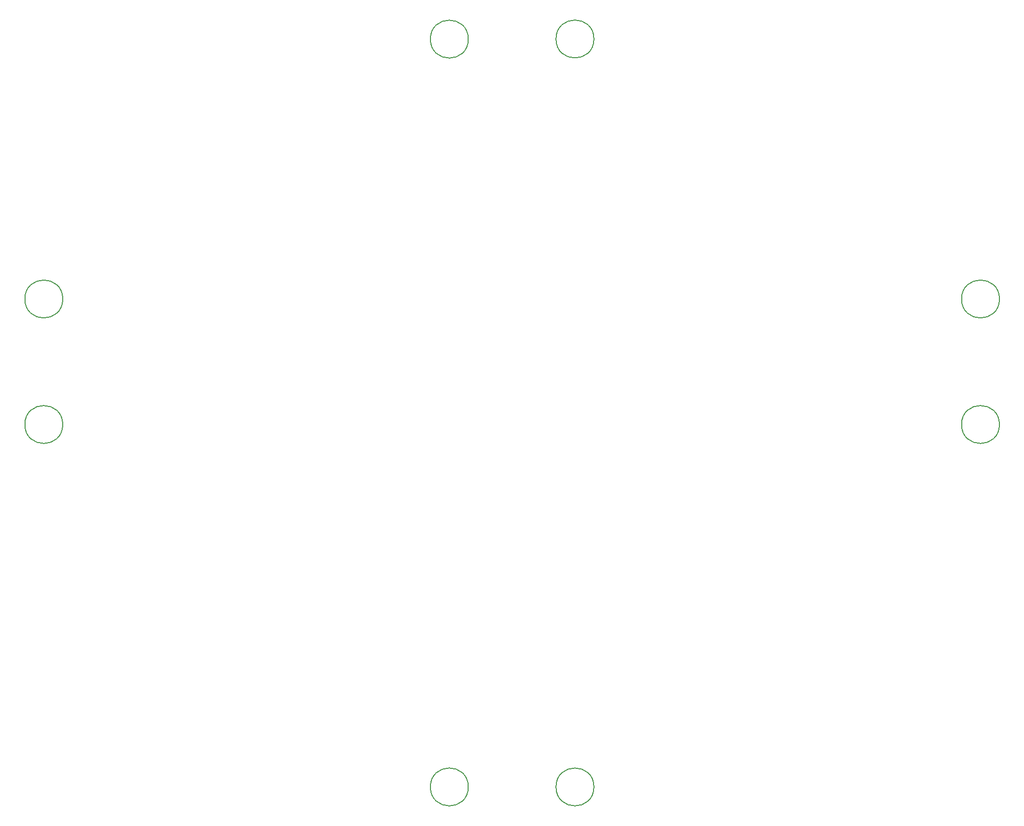
<source format=gbr>
%TF.GenerationSoftware,KiCad,Pcbnew,7.0.6*%
%TF.CreationDate,2023-12-18T00:12:50+09:00*%
%TF.ProjectId,LineSensor_20230418,4c696e65-5365-46e7-936f-725f32303233,rev?*%
%TF.SameCoordinates,Original*%
%TF.FileFunction,Other,Comment*%
%FSLAX46Y46*%
G04 Gerber Fmt 4.6, Leading zero omitted, Abs format (unit mm)*
G04 Created by KiCad (PCBNEW 7.0.6) date 2023-12-18 00:12:50*
%MOMM*%
%LPD*%
G01*
G04 APERTURE LIST*
%ADD10C,0.150000*%
G04 APERTURE END LIST*
D10*
%TO.C,REF\u002A\u002A*%
X232236605Y-159847500D02*
G75*
G03*
X232236605Y-159847500I-3200000J0D01*
G01*
X232236605Y-138647500D02*
G75*
G03*
X232236605Y-138647500I-3200000J0D01*
G01*
X142600000Y-94747500D02*
G75*
G03*
X142600000Y-94747500I-3200000J0D01*
G01*
X74163395Y-138647500D02*
G75*
G03*
X74163395Y-138647500I-3200000J0D01*
G01*
X142600000Y-221072380D02*
G75*
G03*
X142600000Y-221072380I-3200000J0D01*
G01*
X163800000Y-94722142D02*
G75*
G03*
X163800000Y-94722142I-3200000J0D01*
G01*
X74163395Y-159847500D02*
G75*
G03*
X74163395Y-159847500I-3200000J0D01*
G01*
X163800000Y-221072440D02*
G75*
G03*
X163800000Y-221072440I-3200000J0D01*
G01*
%TD*%
M02*

</source>
